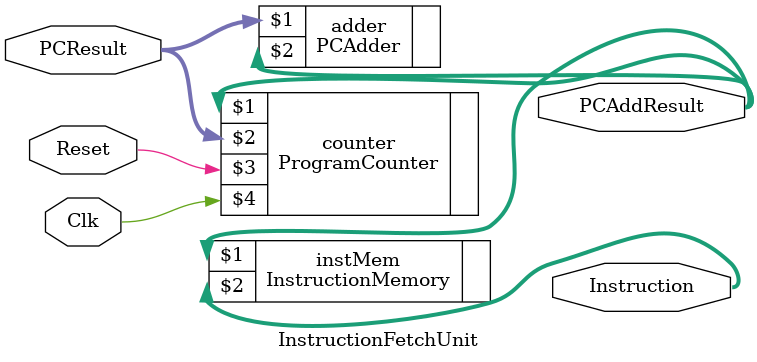
<source format=v>
`timescale 1ns / 1ps


module InstructionFetchUnit(Instruction, Reset, Clk,PCAddResult ,PCResult);
    
    input Reset, Clk;
    output [31:0] Instruction;

    output wire [31:0] PCAddResult;
   input wire [31:0] PCResult;
    /* Please fill in the implementation here... */
    PCAdder adder(PCResult, PCAddResult);
    ProgramCounter counter(PCAddResult, PCResult, Reset, Clk);
    InstructionMemory instMem(PCAddResult, Instruction);
    
endmodule


</source>
